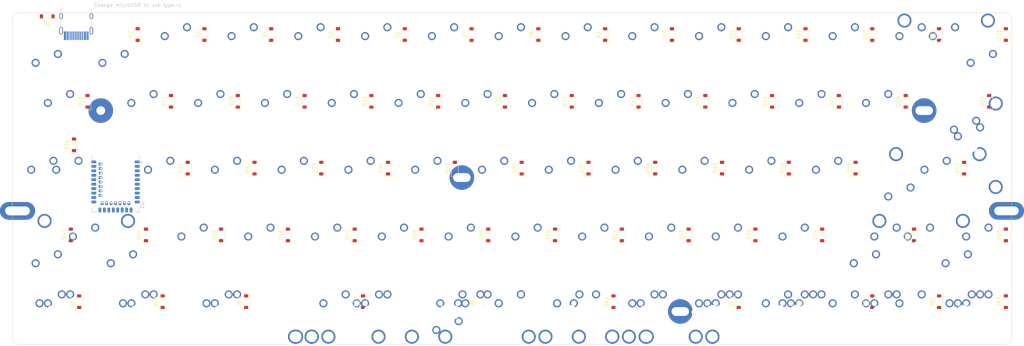
<source format=kicad_pcb>
(kicad_pcb (version 20241229) (generator "pcbnew") (generator_version "9.0")
  (layers (0 "F.Cu" signal) (2 "B.Cu" signal) (13 "F.Paste" user) (15 "B.Paste" user) (5 "F.SilkS" user "F.Silkscreen") (7 "B.SilkS" user "B.Silkscreen") (1 "F.Mask" user) (3 "B.Mask" user) (25 "Edge.Cuts" user))
  (net 0 "")
  (net 1 "Net-(D1-A)")
  (net 2 "Net-(D2-A)")
  (net 3 "Net-(D3-A)")
  (net 4 "Net-(D4-A)")
  (net 5 "Net-(D5-A)")
  (net 6 "Net-(D6-A)")
  (net 7 "Net-(D7-A)")
  (net 8 "Net-(D8-A)")
  (net 9 "Net-(D9-A)")
  (net 10 "Net-(D10-A)")
  (net 11 "Net-(D11-A)")
  (net 12 "Net-(D12-A)")
  (net 13 "Net-(D13-A)")
  (net 14 "Net-(D14-A)")
  (net 15 "Net-(D15-A)")
  (net 16 "Net-(D16-A)")
  (net 17 "Net-(D17-A)")
  (net 18 "Net-(D18-A)")
  (net 19 "Net-(D19-A)")
  (net 20 "Net-(D20-A)")
  (net 21 "Net-(D21-A)")
  (net 22 "Net-(D22-A)")
  (net 23 "Net-(D23-A)")
  (net 24 "Net-(D24-A)")
  (net 25 "Net-(D25-A)")
  (net 26 "Net-(D26-A)")
  (net 27 "Net-(D27-A)")
  (net 28 "Net-(D28-A)")
  (net 29 "Net-(D29-A)")
  (net 30 "Net-(D30-A)")
  (net 31 "Net-(D31-A)")
  (net 32 "Net-(D32-A)")
  (net 33 "Net-(D33-A)")
  (net 34 "Net-(D34-A)")
  (net 35 "Net-(D35-A)")
  (net 36 "Net-(D36-A)")
  (net 37 "Net-(D37-A)")
  (net 38 "Net-(D38-A)")
  (net 39 "Net-(D39-A)")
  (net 40 "Net-(D40-A)")
  (net 41 "Net-(D41-A)")
  (net 42 "Net-(D42-A)")
  (net 43 "Net-(D43-A)")
  (net 44 "Net-(D44-A)")
  (net 45 "Net-(D45-A)")
  (net 46 "Net-(D46-A)")
  (net 47 "Net-(D47-A)")
  (net 48 "Net-(D48-A)")
  (net 49 "Net-(D49-A)")
  (net 50 "Net-(D50-A)")
  (net 51 "Net-(D51-A)")
  (net 52 "Net-(D52-A)")
  (net 53 "Net-(D53-A)")
  (net 54 "Net-(D54-A)")
  (net 55 "Net-(D55-A)")
  (net 56 "Net-(D56-A)")
  (net 57 "Net-(D57-A)")
  (net 58 "Net-(D58-A)")
  (net 59 "Net-(D59-A)")
  (net 60 "Net-(D60-A)")
  (net 61 "Net-(D61-A)")
  (net 62 "Net-(D62-A)")
  (net 63 "Net-(D63-A)")
  (net 64 "Net-(D64-A)")
  (net 65 "Net-(D65-A)")
  (net 66 "Net-(D66-A)")
  (net 67 "Net-(D67-A)")
  (net 68 "Net-(SW67-Pad1)")
  (net 73 "unconnected-(U1-P0.22-Pad34)")
  (net 75 "unconnected-(U1-P0.07-Pad22)")
  (net 77 "unconnected-(U1-P0.17-Pad30)")
  (net 78 "Net-(U1-GND-Pad21)")
  (net 83 "unconnected-(U1-P0.08-Pad16)")
  (net 85 "unconnected-(U1-P0.20-Pad32)")
  (net 87 "unconnected-(U1-P0.15-Pad28)")
  (net 88 "Net-(U1-P1.04)")
  (net 89 "unconnected-(U1-P0.12-Pad20)")
  (net 92 "unconnected-(U1-P1.02-Pad38)")
  (net 95 "unconnected-(U1-P0.06-Pad14)")
  (net 98 "unconnected-(U1-P0.26-Pad12)")
  (net 99 "unconnected-(U1-P0.04{slash}AIN2-Pad18)")
  (net 104 "unconnected-(U1-P1.00-Pad36)")
  (net 122 "Net-(SW56-Pad1)")
  (net 123 "row0")
  (net 124 "row1")
  (net 125 "row2")
  (net 126 "row3")
  (net 127 "row4")
  (net 128 "col0")
  (net 129 "col1")
  (net 130 "col2")
  (net 131 "col3")
  (net 132 "col4")
  (net 133 "col5")
  (net 134 "col6")
  (net 135 "col7")
  (net 136 "col8")
  (net 137 "col9")
  (net 138 "col10")
  (net 139 "col11")
  (net 140 "col12")
  (net 141 "col13")
  (footprint "marbastlib-mx:STAB_MX_P_2.25u" (layer "F.Cu") (at 50.00625 95.25)
    (property "Reference" "S1" (hide yes))
    (property "Value" "MX_stab" (hide yes))
  )
  (footprint "marbastlib-mx:SW_MX_1u" (layer "F.Cu") (at 95.25 38.1)
    (property "Reference" "SW4" (hide yes))
    (property "Value" "SW_Push_45deg")
  )
  (footprint "Diode_SMD:D_SOD-123" (layer "F.Cu") (at 169.425 54.15 90)
    (property "Reference" "D22")
    (property "Value" "1N4148W")
  )
  (footprint "Diode_SMD:D_SOD-123" (layer "F.Cu") (at 312.3 111.3 90)
    (property "Reference" "D67")
    (property "Value" "1N4148W")
  )
  (footprint "Diode_SMD:D_SOD-123" (layer "F.Cu") (at 200.38125 111.3 90)
    (property "Reference" "D62")
    (property "Value" "1N4148W")
  )
  (footprint "Diode_SMD:D_SOD-123" (layer "F.Cu") (at 78.9375 73.2 90)
    (property "Reference" "D31")
    (property "Value" "1N4148W")
  )
  (footprint "Diode_SMD:D_SOD-123" (layer "F.Cu") (at 50.3625 54.15 90)
    (property "Reference" "D16")
    (property "Value" "1N4148W")
  )
  (footprint "Diode_SMD:D_SOD-123" (layer "F.Cu") (at 221.8125 92.25 90)
    (property "Reference" "D52")
    (property "Value" "1N4148W")
  )
  (footprint "marbastlib-mx:SW_MX_1u" (layer "F.Cu") (at 188.11875 114.3)
    (property "Reference" "SW72" (hide yes))
    (property "Value" "SW_Push_45deg")
  )
  (footprint "marbastlib-mx:SW_MX_1u" (layer "F.Cu") (at 176.2125 95.25)
    (property "Reference" "SW50" (hide yes))
    (property "Value" "SW_Push_45deg")
  )
  (footprint "marbastlib-mx:STAB_MX_P_2.75u" (layer "F.Cu") (at 188.11875 114.3 180)
    (property "Reference" "S8" (hide yes))
    (property "Value" "MX_stab" (hide yes))
  )
  (footprint "marbastlib-mx:SW_MX_1u" (layer "F.Cu") (at 123.825 57.15)
    (property "Reference" "SW20" (hide yes))
    (property "Value" "SW_Push_45deg")
  )
  (footprint "marbastlib-mx:STAB_MX_P_6u" (layer "F.Cu") (at 161.925 114.3 180)
    (property "Reference" "S16" (hide yes))
    (property "Value" "MX_stab" (hide yes))
  )
  (footprint "Diode_SMD:D_SOD-123" (layer "F.Cu") (at 255.15 111.3 90)
    (property "Reference" "D64")
    (property "Value" "1N4148W")
  )
  (footprint "marbastlib-mx:SW_MX_1.75u" (layer "F.Cu") (at 45.24375 76.2)
    (property "Reference" "SW30" (hide yes))
    (property "Value" "SW_Push_45deg")
  )
  (footprint "marbastlib-mx:SW_MX_1u" (layer "F.Cu") (at 204.7875 76.2)
    (property "Reference" "SW38" (hide yes))
    (property "Value" "SW_Push_45deg")
  )
  (footprint "marbastlib-mx:SW_MX_1u" (layer "F.Cu") (at 38.1 95.25 180)
    (property "Reference" "SW43" (hide yes))
    (property "Value" "SW_Push_45deg")
  )
  (footprint "marbastlib-mx:SW_MX_1u" (layer "F.Cu") (at 66.675 114.3)
    (property "Reference" "SW69" (hide yes))
    (property "Value" "SW_Push_45deg")
  )
  (footprint "marbastlib-mx:SW_MX_1.5u" (layer "F.Cu") (at 90.4875 114.3)
    (property "Reference" "SW70" (hide yes))
    (property "Value" "SW_Push_45deg")
  )
  (footprint "Diode_SMD:D_SOD-123" (layer "F.Cu") (at 226.575 54.15 90)
    (property "Reference" "D25")
    (property "Value" "1N4148W")
  )
  (footprint "marbastlib-mx:SW_MX_1u" (layer "F.Cu") (at 66.675 57.15)
    (property "Reference" "SW17" (hide yes))
    (property "Value" "SW_Push_45deg")
  )
  (footprint "marbastlib-mx:SW_MX_1.25u" (layer "F.Cu") (at 254.79375 114.3)
    (property "Reference" "SW74" (hide yes))
    (property "Value" "SW_Push_45deg")
  )
  (footprint "marbastlib-mx:SW_MX_1u" (layer "F.Cu") (at 171.45 114.3)
    (property "Reference" "SW81" (hide yes))
    (property "Value" "SW_Push_45deg")
  )
  (footprint "Diode_SMD:D_SOD-123" (layer "F.Cu") (at 188.475 54.15 90)
    (property "Reference" "D23")
    (property "Value" "1N4148W")
  )
  (footprint "marbastlib-mx:SW_MX_1u" (layer "F.Cu") (at 228.6 114.3)
    (property "Reference" "SW63" (hide yes))
    (property "Value" "SW_Push_45deg")
  )
  (footprint "marbastlib-mx:SW_MX_1u" (layer "F.Cu") (at 288.13125 95.25)
    (property "Reference" "SW98" (hide yes))
    (property "Value" "SW_Push_45deg")
  )
  (footprint "marbastlib-mx:SW_MX_1u" (layer "F.Cu") (at 242.8875 76.2)
    (property "Reference" "SW40" (hide yes))
    (property "Value" "SW_Push_45deg")
  )
  (footprint "marbastlib-mx:STAB_MX_P_2.75u" (layer "F.Cu") (at 288.13125 95.25)
    (property "Reference" "S6" (hide yes))
    (property "Value" "MX_stab" (hide yes))
  )
  (footprint "marbastlib-mx:SW_MX_1u" (layer "F.Cu") (at 209.55 38.1)
    (property "Reference" "SW10" (hide yes))
    (property "Value" "SW_Push_45deg")
  )
  (footprint "marbastlib-mx:SW_MX_1u" (layer "F.Cu") (at 190.5 38.1)
    (property "Reference" "SW9" (hide yes))
    (property "Value" "SW_Push_45deg")
  )
  (footprint "marbastlib-mx:SW_MX_1u" (layer "F.Cu") (at 223.8375 76.2)
    (property "Reference" "SW39" (hide yes))
    (property "Value" "SW_Push_45deg")
  )
  (footprint "Diode_SMD:D_SOD-123" (layer "F.Cu") (at 45.6 92.25 90)
    (property "Reference" "D43")
    (property "Value" "1N4148W")
  )
  (footprint "Diode_SMD:D_SOD-123" (layer "F.Cu") (at 47.98125 111.3 90)
    (property "Reference" "D57")
    (property "Value" "1N4148W")
  )
  (footprint "marbastlib-mx:SW_MX_1u" (layer "F.Cu") (at 80.9625 95.25)
    (property "Reference" "SW45" (hide yes))
    (property "Value" "SW_Push_45deg")
  )
  (footprint "marbastlib-mx:SW_MX_1.75u" (layer "F.Cu") (at 278.60625 95.25)
    (property "Reference" "SW55" (hide yes))
    (property "Value" "SW_Push_45deg")
  )
  (footprint "marbastlib-mx:SW_MX_1u" (layer "F.Cu") (at 171.45 114.3)
    (property "Reference" "SW88" (hide yes))
    (property "Value" "SW_Push_45deg")
  )
  (footprint "marbastlib-mx:SW_MX_1u" (layer "F.Cu") (at 142.875 57.15)
    (property "Reference" "SW21" (hide yes))
    (property "Value" "SW_Push_45deg")
  )
  (footprint "marbastlib-mx:SW_MX_1u" (layer "F.Cu") (at 100.0125 95.25)
    (property "Reference" "SW46" (hide yes))
    (property "Value" "SW_Push_45deg")
  )
  (footprint "marbastlib-mx:STAB_MX_P_3u" (layer "F.Cu") (at 209.55 114.3 180)
    (property "Reference" "S13" (hide yes))
    (property "Value" "MX_stab" (hide yes))
  )
  (footprint "marbastlib-mx:SW_MX_1u" (layer "F.Cu") (at 90.4875 76.2)
    (property "Reference" "SW32" (hide yes))
    (property "Value" "SW_Push_45deg")
  )
  (footprint "Diode_SMD:D_SOD-123" (layer "F.Cu") (at 245.625 54.15 90)
    (property "Reference" "D26")
    (property "Value" "1N4148W")
  )
  (footprint "marbastlib-mx:SW_MX_1u" (layer "F.Cu") (at 161.925 57.15)
    (property "Reference" "SW22" (hide yes))
    (property "Value" "SW_Push_45deg")
  )
  (footprint "marbastlib-mx:SW_MX_1u" (layer "F.Cu") (at 304.8 114.3)
    (property "Reference" "SW67" (hide yes))
    (property "Value" "SW_Push_45deg")
  )
  (footprint "Diode_SMD:D_SOD-123" (layer "F.Cu") (at 312.3 92.25 90)
    (property "Reference" "D56")
    (property "Value" "1N4148W")
  )
  (footprint "Diode_SMD:D_SOD-123" (layer "F.Cu") (at 121.8 35.1 90)
    (property "Reference" "D5")
    (property "Value" "1N4148W")
  )
  (footprint "marbastlib-mx:SW_MX_1u" (layer "F.Cu") (at 266.7 114.3)
    (property "Reference" "SW65" (hide yes))
    (property "Value" "SW_Push_45deg")
  )
  (footprint "Diode_SMD:D_SOD-123" (layer "F.Cu") (at 250.3875 73.2 90)
    (property "Reference" "D40")
    (property "Value" "1N4148W")
  )
  (footprint "Diode_SMD:D_SOD-123" (layer "F.Cu") (at 88.4625 92.25 90)
    (property "Reference" "D45")
    (property "Value" "1N4148W")
  )
  (footprint "marbastlib-mx:SW_MX_1u" (layer "F.Cu") (at 159.8757 114.3)
    (property "Reference" "SW77" (hide yes))
    (property "Value" "SW_Push_45deg")
  )
  (footprint "marbastlib-mx:SW_MX_1.25u" (layer "F.Cu") (at 154.78125 114.3)
    (property "Reference" "SW61" (hide yes))
    (property "Value" "SW_Push_45deg")
  )
  (footprint "marbastlib-mx:SW_MX_1u" (layer "F.Cu") (at 292.89375 76.2)
    (property "Reference" "SW42" (hide yes))
    (property "Value" "SW_Push_45deg")
  )
  (footprint "Diode_SMD:D_SOD-123" (layer "F.Cu") (at 312.3 35.1 90)
    (property "Reference" "D15")
    (property "Value" "1N4148W")
  )
  (footprint "Diode_SMD:D_SOD-123" (layer "F.Cu") (at 159.9 35.1 90)
    (property "Reference" "D7")
    (property "Value" "1N4148W")
  )
  (footprint "marbastlib-mx:SW_MX_1u" (layer "F.Cu") (at 257.175 114.3)
    (property "Reference" "SW90" (hide yes))
    (property "Value" "SW_Push_45deg")
  )
  (footprint "marbastlib-mx:SW_MX_1.25u" (layer "F.Cu") (at 88.10625 114.3)
    (property "Reference" "SW59" (hide yes))
    (property "Value" "SW_Push_45deg")
  )
  (footprint "marbastlib-mx:SW_MX_1.25u" (layer "F.Cu") (at 64.29375 114.3)
    (property "Reference" "SW58" (hide yes))
    (property "Value" "SW_Push_45deg")
  )
  (footprint "Diode_SMD:D_SOD-123" (layer "F.Cu") (at 178.95 35.1 90)
    (property "Reference" "D8")
    (property "Value" "1N4148W")
  )
  (footprint "marbastlib-mx:SW_MX_1u" (layer "F.Cu") (at 247.65 114.3)
    (property "Reference" "SW64" (hide yes))
    (property "Value" "SW_Push_45deg")
  )
  (footprint "marbastlib-mx:SW_MX_1u" (layer "F.Cu") (at 285.75 38.1)
    (property "Reference" "SW14" (hide yes))
    (property "Value" "SW_Push_45deg")
  )
  (footprint "Diode_SMD:D_SOD-123" (layer "F.Cu") (at 140.85 35.1 90)
    (property "Reference" "D6")
    (property "Value" "1N4148W")
  )
  (footprint "marbastlib-mx:SW_MX_1u" (layer "F.Cu") (at 152.4 114.3 180)
    (property "Reference" "SW86" (hide yes))
    (property "Value" "SW_Push_45deg")
  )
  (footprint "marbastlib-mx:SW_MX_1.5u" (layer "F.Cu") (at 300.0375 57.15 180)
    (property "Reference" "SW29" (hide yes))
    (property "Value" "SW_Push_45deg")
  )
  (footprint "Diode_SMD:D_SOD-123" (layer "F.Cu") (at 202.7625 92.25 90)
    (property "Reference" "D51")
    (property "Value" "1N4148W")
  )
  (footprint "Diode_SMD:D_SOD-123" (layer "F.Cu") (at 207.525 54.15 90)
    (property "Reference" "D24")
    (property "Value" "1N4148W")
  )
  (footprint "Diode_SMD:D_SOD-123" (layer "F.Cu") (at 145.6125 92.25 90)
    (property "Reference" "D48")
    (property "Value" "1N4148W")
  )
  (footprint "marbastlib-mx:SW_MX_1.5u" (layer "F.Cu") (at 42.8625 114.3)
    (property "Reference" "SW68" (hide yes))
    (property "Value" "SW_Push_45deg")
  )
  (footprint "marbastlib-mx:SW_MX_1u" (layer "F.Cu") (at 281.305 76.2 180)
    (property "Reference" "SW95" (hide yes))
    (property "Value" "SW_Push_45deg")
  )
  (footprint "marbastlib-mx:SW_MX_1u" (layer "F.Cu") (at 285.75 114.3)
    (property "Reference" "SW66" (hide yes))
    (property "Value" "SW_Push_45deg")
  )
  (footprint "marbastlib-mx:SW_MX_1.25u" (layer "F.Cu") (at 230.98125 114.3)
    (property "Reference" "SW73" (hide yes))
    (property "Value" "SW_Push_45deg")
  )
  (footprint "hole:PKRHC" (layer "F.Cu") (at 54.13762 56.79382)
    (property "Reference" "HOLE" (hide yes))
    (property "Value" "VAL**" (hide yes))
  )
  (footprint "Diode_SMD:D_SOD-123" (layer "F.Cu") (at 38.87 29.92 180)
    (property "Reference" "D1")
    (property "Value" "1N4148W")
  )
  (footprint "Diode_SMD:D_SOD-123" (layer "F.Cu") (at 162.28125 111.3 90)
    (property "Reference" "D61")
    (property "Value" "1N4148W")
  )
  (footprint "marbastlib-mx:SW_MX_1u" (layer "F.Cu") (at 109.5375 76.2)
    (property "Reference" "SW33" (hide yes))
    (property "Value" "SW_Push_45deg")
  )
  (footprint "Diode_SMD:D_SOD-123" (layer "F.Cu") (at 198 35.1 90)
    (property "Reference" "D9")
    (property "Value" "1N4148W")
  )
  (footprint "marbastlib-mx:SW_MX_1u" (layer "F.Cu") (at 214.3125 95.25)
    (property "Reference" "SW52" (hide yes))
    (property "Value" "SW_Push_45deg")
  )
  (footprint "Diode_SMD:D_SOD-123" (layer "F.Cu") (at 300.39375 73.2 90)
    (property "Reference" "D42")
    (property "Value" "1N4148W")
  )
  (footprint "marbastlib-mx:SW_MX_1u" (layer "F.Cu") (at 133.35 114.3)
    (property "Reference" "SW84" (hide yes))
    (property "Value" "SW_Push_45deg")
  )
  (footprint "marbastlib-mx:SW_MX_1u" (layer "F.Cu") (at 195.2625 95.25)
    (property "Reference" "SW51" (hide yes))
    (property "Value" "SW_Push_45deg")
  )
  (footprint "Diode_SMD:D_SOD-123" (layer "F.Cu") (at 307.5375 54.15 90)
    (property "Reference" "D29")
    (property "Value" "1N4148W")
  )
  (footprint "marbastlib-mx:SW_MX_1u" (layer "F.Cu") (at 228.6 38.1)
    (property "Reference" "SW11" (hide yes))
    (property "Value" "SW_Push_45deg")
  )
  (footprint "marbastlib-mx:SW_MX_1u" (layer "F.Cu") (at 271.4625 95.25 180)
    (property "Reference" "SW96" (hide yes))
    (property "Value" "SW_Push_45deg")
  )
  (footprint "Diode_SMD:D_SOD-123" (layer "F.Cu") (at 231.3375 73.2 90)
    (property "Reference" "D39")
    (property "Value" "1N4148W")
  )
  (footprint "Diode_SMD:D_SOD-123" (layer "F.Cu") (at 102.75 35.1 90)
    (property "Reference" "D4")
    (property "Value" "1N4148W")
  )
  (footprint "marbastlib-mx:SW_MX_1u" (layer "F.Cu") (at 166.6875 76.2)
    (property "Reference" "SW36" (hide yes))
    (property "Value" "SW_Push_45deg")
  )
  (footprint "marbastlib-mx:SW_MX_1u" (layer "F.Cu") (at 302.41875 66.675)
    (property "Reference" "SW94" (hide yes))
    (property "Value" "SW_Push_45deg")
  )
  (footprint "Diode_SMD:D_SOD-123" (layer "F.Cu") (at 240.8625 92.25 90)
    (property "Reference" "D53")
    (property "Value" "1N4148W")
  )
  (footprint "marbastlib-mx:SW_MX_1u" (layer "F.Cu") (at 130.96875 114.3)
    (property "Reference" "SW71" (hide yes))
    (property "Value" "SW_Push_45deg")
  )
  (footprint "marbastlib-mx:SW_MX_1u" (layer "F.Cu") (at 104.775 57.15)
    (property "Reference" "SW19" (hide yes))
    (property "Value" "SW_Push_45deg")
  )
  (footprint "marbastlib-mx:SW_MX_1.5u" (layer "F.Cu") (at 300.0375 114.3)
    (property "Reference" "SW80" (hide yes))
    (property "Value" "SW_Push_45deg")
  )
  (footprint "marbastlib-mx:SW_MX_1u" (layer "F.Cu") (at 304.8 38.1 180)
    (property "Reference" "SW15" (hide yes))
    (property "Value" "SW_Push_45deg")
  )
  (footprint "Diode_SMD:D_SOD-123" (layer "F.Cu") (at 107.5125 92.25 90)
    (property "Reference" "D46")
    (property "Value" "1N4148W")
  )
  (footprint "marbastlib-mx:SW_MX_1.25u" (layer "F.Cu") (at 302.41875 114.3)
    (property "Reference" "SW76" (hide yes))
    (property "Value" "SW_Push_45deg")
  )
  (footprint "marbastlib-mx:STAB_MX_P_7u" (layer "F.Cu") (at 171.45 114.3 180)
    (property "Reference" "S15" (hide yes))
    (property "Value" "MX_stab" (hide yes))
  )
  (footprint "marbastlib-mx:SW_MX_1u" (layer "F.Cu") (at 50.00625 95.25)
    (property "Reference" "SW92" (hide yes))
    (property "Value" "SW_Push_45deg")
  )
  (footprint "Diode_SMD:D_SOD-123" (layer "F.Cu") (at 93.225 54.15 90)
    (property "Reference" "D18")
    (property "Value" "1N4148W")
  )
  (footprint "Diode_SMD:D_SOD-123" (layer "F.Cu") (at 183.7125 92.25 90)
    (property "Reference" "D50")
    (property "Value" "1N4148W")
  )
  (footprint "hole:PKRH" (layer "F.Cu") (at 219.43772 114.09372)
    (property "Reference" "HOLE" (hide yes))
    (property "Value" "VAL**" (hide yes))
  )
  (footprint "marbastlib-mx:SW_MX_1u" (layer "F.Cu") (at 147.6375 76.2)
    (property "Reference" "SW35" (hide yes))
    (property "Value" "SW_Push_45deg")
  )
  (footprint "marbastlib-mx:SW_MX_1u" (layer "F.Cu") (at 238.125 57.15)
    (property "Reference" "SW26" (hide yes))
    (property "Value" "SW_Push_45deg")
  )
  (footprint "Diode_SMD:D_SOD-123" (layer "F.Cu") (at 155.1375 73.2 90)
    (property "Reference" "D35")
    (property "Value" "1N4148W")
  )
  (footprint "marbastlib-mx:STAB_MX_P_2.75u" (layer "F.Cu") (at 130.96875 114.3 180)
    (property "Reference" "S9" (hide yes))
    (property "Value" "MX_stab" (hide yes))
  )
  (footprint "marbastlib-mx:SW_MX_1u" (layer "F.Cu") (at 276.225 114.3)
    (property "Reference" "SW79" (hide yes))
    (property "Value" "SW_Push_45deg")
  )
  (footprint "marbastlib-mx:SW_MX_1.25u" (layer "F.Cu") (at 59.53125 95.25 180)
    (property "Reference" "SW44" (hide yes))
    (property "Value" "SW_Push_45deg")
  )
  (footprint "Diode_SMD:D_SOD-123" (layer "F.Cu") (at 112.275 54.15 90)
    (property "Reference" "D19")
    (property "Value" "1N4148W")
  )
  (footprint "marbastlib-mx:SW_MX_1.5u" (layer "F.Cu") (at 233.3625 114.3)
    (property "Reference" "SW89" (hide yes))
    (property "Value" "SW_Push_45deg")
  )
  (footprint "marbastlib-mx:SW_MX_1u" (layer "F.Cu") (at 71.4375 76.2)
    (property "Reference" "SW31" (hide yes))
    (property "Value" "SW_Push_45deg")
  )
  (footprint "marbastlib-mx:SW_MX_1u" (layer "F.Cu") (at 157.1625 95.25)
    (property "Reference" "SW49" (hide yes))
    (property "Value" "SW_Push_45deg")
  )
  (footprint "Diode_SMD:D_SOD-123" (layer "F.Cu") (at 269.4375 73.2 90)
    (property "Reference" "D41")
    (property "Value" "1N4148W")
  )
  (footprint "Diode_SMD:D_SOD-123" (layer "F.Cu") (at 286.10625 92.25 90)
    (property "Reference" "D55")
    (property "Value" "1N4148W")
  )
  (footprint "marbastlib-mx:SW_MX_1u" (layer "F.Cu") (at 121.44375 114.3)
    (property "Reference" "SW60" (hide yes))
    (property "Value" "SW_Push_45deg")
  )
  (footprint "Diode_SMD:D_SOD-123" (layer "F.Cu") (at 264.675 54.15 90)
    (property "Reference" "D27")
    (property "Value" "1N4148W")
  )
  (footprint "marbastlib-mx:SW_MX_1.5u" (layer "F.Cu") (at 252.4125 114.3)
    (property "Reference" "SW78" (hide yes))
    (property "Value" "SW_Push_45deg")
  )
  (footprint "Diode_SMD:D_SOD-123" (layer "F.Cu") (at 212.2875 73.2 90)
    (property "Reference" "D38")
    (property "Value" "1N4148W")
  )
  (footprint "marbastlib-mx:SW_MX_1u" (layer "F.Cu") (at 247.65 38.1)
    (property "Reference" "SW12" (hide yes))
    (property "Value" "SW_Push_45deg")
  )
  (footprint "Diode_SMD:D_SOD-123" (layer "F.Cu") (at 71.79375 111.3 90)
    (property "Reference" "D58")
    (property "Value" "1N4148W")
  )
  (footprint "Diode_SMD:D_SOD-123" (layer "F.Cu") (at 64.65 35.1 90)
    (property "Reference" "D2")
    (property "Value" "1N4148W")
  )
  (footprint "marbastlib-mx:SW_MX_1u" (layer "F.Cu") (at 192.88125 114.3)
    (property "Reference" "SW62" (hide yes))
    (property "Value" "SW_Push_45deg")
  )
  (footprint "marbastlib-mx:SW_MX_1u" (layer "F.Cu") (at 211.93125 114.3)
    (property "Reference" "SW83" (hide yes))
    (property "Value" "SW_Push_45deg")
  )
  (footprint "marbastlib-mx:SW_MX_1u" (layer "F.Cu") (at 266.7 38.1)
    (property "Reference" "SW13" (hide yes))
    (property "Value" "SW_Push_45deg")
  )
  (footprint "marbastlib-mx:SW_MX_1u" (layer "F.Cu") (at 138.1125 95.25)
    (property "Reference" "SW48" (hide yes))
    (property "Value" "SW_Push_45deg")
  )
  (footprint "Diode_SMD:D_SOD-123" (layer "F.Cu") (at 274.2 35.1 90)
    (property "Reference" "D13")
    (property "Value" "1N4148W")
  )
  (footprint "marbastlib-mx:SW_MX_1u" (layer "F.Cu") (at 38.1 76.2)
    (property "Reference" "SW91" (hide yes))
    (property "Value" "SW_Push_45deg")
  )
  (footprint "marbastlib-mx:SW_MX_1u" (layer "F.Cu") (at 171.45 38.1)
    (property "Reference" "SW8" (hide yes))
    (property "Value" "SW_Push_45deg")
  )
  (footprint "Diode_SMD:D_SOD-123" (layer "F.Cu") (at 46.51 66.5575 90)
    (property "Reference" "D30")
    (property "Value" "1N4148W")
  )
  (footprint "marbastlib-mx:SW_MX_1.25u" (layer "F.Cu") (at 278.60625 114.3)
    (property "Reference" "SW75" (hide yes))
    (property "Value" "SW_Push_45deg")
  )
  (footprint "marbastlib-mx:SW_MX_1u" (layer "F.Cu") (at 133.35 38.1)
    (property "Reference" "SW6" (hide yes))
    (property "Value" "SW_Push_45deg")
  )
  (footprint "hole:PKRHSL" (layer "F.Cu") (at 30.39722 85.39422)
    (property "Reference" "HOLE" (hide yes))
    (property "Value" "VAL**" (hide yes))
  )
  (footprint "hole:PKRH" (layer "F.Cu") (at 288.98822 56.79382)
    (property "Reference" "HOLE" (hide yes))
    (property "Value" "VAL**" (hide yes))
  )
  (footprint "marbastlib-mx:SW_MX_1u" (layer "F.Cu") (at 252.4125 95.25)
    (property "Reference" "SW54" (hide yes))
    (property "Value" "SW_Push_45deg")
  )
  (footprint "marbastlib-mx:SW_MX_1u" (layer "F.Cu") (at 295.275 38.1)
    (property "Reference" "SW93" (hide yes))
    (property "Value" "SW_Push_45deg")
  )
  (footprint "Diode_SMD:D_SOD-123" (layer "F.Cu") (at 236.1 35.1 90)
    (property "Reference" "D11")
    (property "Value" "1N4148W")
  )
  (footprint "Diode_SMD:D_SOD-123" (layer "F.Cu") (at 83.7 35.1 90)
    (property "Reference" "D3")
    (property "Value" "1N4148W")
  )
  (footprint "marbastlib-mx:STAB_MX_P_ISO-ROT" (layer "F.Cu") (at 302.41875 66.675)
    (property "Reference" "S5" (hide yes))
    (property "Value" "MX_stab" (hide yes))
  )
  (footprint "Diode_SMD:D_SOD-123" (layer "F.Cu") (at 217.05 35.1 90)
    (property "Reference" "D10")
    (property "Value" "1N4148W")
  )
  (footprint "Diode_SMD:D_SOD-123" (layer "F.Cu") (at 128.94375 111.3 90)
    (property "Reference" "D60")
    (property "Value" "1N4148W")
  )
  (footprint "Diode_SMD:D_SOD-123" (layer "F.Cu") (at 193.2375 73.2 90)
    (property "Reference" "D37")
    (property "Value" "1N4148W")
  )
  (footprint "Diode_SMD:D_SOD-123" (layer "F.Cu") (at 95.60625 111.3 90)
    (property "Reference" "D59")
    (property "Value" "1N4148W")
  )
  (footprint "Diode_SMD:D_SOD-123" (layer "F.Cu") (at 293.25 111.3 90)
    (property "Reference" "D66")
    (property "Value" "1N4148W")
  )
  (footprint "marbastlib-mx:SW_MX_1u" (layer "F.Cu") (at 185.7375 76.2)
    (property "Reference" "SW37" (hide yes))
    (property "Value" "SW_Push_45deg")
  )
  (footprint "marbastlib-mx:SW_MX_1u" (layer "F.Cu") (at 209.55 114.3)
    (property "Reference" "SW85" (hide yes))
    (property "Value" "SW_Push_45deg")
  )
  (footprint "Diode_SMD:D_SOD-123" (layer "F.Cu") (at 126.5625 92.25 90)
    (property "Reference" "D47")
    (property "Value" "1N4148W")
  )
  (footprint "marbastlib-mx:SW_MX_1u" (layer "F.Cu") (at 119.0625 95.25)
    (property "Reference" "SW47" (hide yes))
    (property "Value" "SW_Push_45deg")
  )
  (footprint "Diode_SMD:D_SOD-123" (layer "F.Cu") (at 164.6625 92.25 90)
    (property "Reference" "D49")
    (property "Value" "1N4148W")
  )
  (footprint "marbastlib-mx:STAB_MX_P_2.75u" (layer "F.Cu") (at 192.88125 114.3 180)
    (property "Reference" "S7" (hide yes))
    (property "Value" "MX_stab" (hide yes))
  )
  (footprint "hole:PKRH" (layer "F.Cu") (at 157.13832 75.89302)
    (property "Reference" "HOLE" (hide yes))
    (property "Value" "VAL**" (hide yes))
  )
  (footprint "Diode_SMD:D_SOD-123" (layer "F.Cu") (at 174.1875 73.2 90)
    (property "Reference" "D36")
    (property "Value" "1N4148W")
  )
  (footprint "marbastlib-mx:SW_MX_1u" (layer "F.Cu") (at 257.175 57.15)
    (property "Reference" "SW27" (hide yes))
    (property "Value" "SW_Push_45deg")
  )
  (footprint "marbastlib-mx:SW_MX_1u" (layer "F.Cu") (at 276.225 57.15)
    (property "Reference" "SW28" (hide yes))
    (property "Value" "SW_Push_45deg")
  )
  (footprint "Diode_SMD:D_SOD-123" (layer "F.Cu") (at 150.375 54.15 90)
    (property "Reference" "D21")
    (property "Value" "1N4148W")
  )
  (footprint "marbastlib-mx:SW_MX_1.5u" (layer "F.Cu") (at 42.8625 57.15)
    (property "Reference" "SW16" (hide yes))
    (property "Value" "SW_Push_45deg")
  )
  (footprint "marbastlib-mx:STAB_MX_P_2.25u" (layer "F.Cu") (at 292.89375 76.2)
    (property "Reference" "S2" (hide yes))
    (property "Value" "MX_stab" (hide yes))
  )
  (footprint "marbastlib-mx:SW_MX_1u" (layer "F.Cu") (at 200.025 57.15)
    (property "Reference" "SW24" (hide yes))
    (property "Value" "SW_Push_45deg")
  )
  (footprint "hole:PKRHSL" (layer "F.Cu") (at 312.47952 85.39422)
    (property "Reference" "HOLE" (hide yes))
    (property "Value" "VAL**" (hide yes))
  )
  (footprint "Diode_SMD:D_SOD-123" (layer "F.Cu") (at 255.15 35.1 90)
    (property "Reference" "D12")
    (property "Value" "1N4148W")
  )
  (footprint "marbastlib-mx:SW_MX_1u" (layer "F.Cu") (at 57.15 38.1 180)
    (property "Reference" "SW2" (hide yes))
    (property "Value" "SW_Push_45deg")
  )
  (footprint "marbastlib-mx:SW_MX_1.75u" (layer "F.Cu") (at 297.65625 95.25 180)
    (property "Reference" "SW97" (hide yes))
    (property "Value" "SW_Push_45deg")
  )
  (footprint "hole:PKRHSL" (layer "F.Cu") (at 30.39722 85.39422)
    (property "Reference" "HOLE" (hide yes))
    (property "Value" "VAL**" (hide yes))
  )
  (footprint "Diode_SMD:D_SOD-123" (layer "F.Cu") (at 283.725 54.15 90)
    (property "Reference" "D28")
    (property "Value" "1N4148W")
  )
  (footprint "marbastlib-mx:SW_MX_1u" (layer "F.Cu") (at 114.3 38.1)
    (property "Reference" "SW5" (hide yes))
    (property "Value" "SW_Push_45deg")
  )
  (footprint "Diode_SMD:D_SOD-123" (layer "F.Cu") (at 131.325 54.15 90)
    (property "Reference" "D20")
    (property "Value" "1N4148W")
  )
  (footprint "marbastlib-mx:SW_MX_1u" (layer "F.Cu") (at 233.3625 95.25)
    (property "Reference" "SW53" (hide yes))
    (property "Value" "SW_Push_45deg")
  )
  (footprint "marbastlib-mx:STAB_MX_P_2.25u" (layer "F.Cu") (at 121.44375 114.3 180)
    (property "Reference" "S3" (hide yes))
    (property "Value" "MX_stab" (hide yes))
  )
  (footprint "marbastlib-mx:STAB_MX_P_6.25u" (layer "F.Cu") (at 159.8757 114.3 180)
    (property "Reference" "S14" (hide yes))
    (property "Value" "MX_stab" (hide yes))
  )
  (footprint "marbastlib-mx:SW_MX_1.25u" (layer "F.Cu") (at 40.48125 114.3)
    (property "Reference" "SW57" (hide yes))
    (property "Value" "SW_Push_45deg")
  )
  (footprint "Diode_SMD:D_SOD-123" (layer "F.Cu") (at 293.25 35.1 90)
    (property "Reference" "D14")
    (property "Value" "1N4148W")
  )
  (footprint "marbastlib-mx:SW_MX_1u" (layer "F.Cu") (at 219.075 57.15)
    (property "Reference" "SW25" (hide yes))
    (property "Value" "SW_Push_45deg")
  )
  (footprint "marbastlib-mx:STAB_MX_P_2u" (layer "F.Cu") (at 295.275 38.1)
    (property "Reference" "S4" (hide yes))
    (property "Value" "MX_stab" (hide yes))
  )
  (footprint "marbastlib-mx:SW_MX_1u" (layer "F.Cu") (at 161.925 114.3)
    (property "Reference" "SW87" (hide yes))
    (property "Value" "SW_Push_45deg")
  )
  (footprint "Diode_SMD:D_SOD-123" (layer "F.Cu") (at 236.1 111.3 90)
    (property "Reference" "D63")
    (property "Value" "1N4148W")
  )
  (footprint "marbastlib-mx:SW_MX_1u" (layer "F.Cu") (at 85.725 57.15)
    (property "Reference" "SW18" (hide yes))
    (property "Value" "SW_Push_45deg")
  )
  (footprint "marbastlib-mx:SW_MX_1u" (layer "F.Cu") (at 128.5875 76.2)
    (property "Reference" "SW34" (hide yes))
    (property "Value" "SW_Push_45deg")
  )
  (footprint "Diode_SMD:D_SOD-123" (layer "F.Cu") (at 117.0375 73.2 90)
    (property "Reference" "D33")
    (property "Value" "1N4148W")
  )
  (footprint "marbastlib-mx:SW_MX_1u" (layer "F.Cu") (at 304.8 95.25)
    (property "Reference" "SW56" (hide yes))
    (property "Value" "SW_Push_45deg")
  )
  (footprint "Diode_SMD:D_SOD-123" (layer "F.Cu") (at 67.03125 92.25 90)
    (property "Reference" "D44")
    (property "Value" "1N4148W")
  )
  (footprint "Diode_SMD:D_SOD-123" (layer "F.Cu") (at 136.0875 73.2 90)
    (property "Reference" "D34")
    (property "Value" "1N4148W")
  )
  (footprint "Diode_SMD:D_SOD-123" (layer "F.Cu") (at 259.9125 92.25 90)
    (property "Reference" "D54")
    (property "Value" "1N4148W")
  )
  (footprint "marbastlib-mx:STAB_MX_P_3u" (layer "F.Cu") (at 133.35 114.3 180)
    (property "Reference" "S12" (hide yes))
    (property "Value" "MX_stab" (hide yes))
  )
  (footprint "Diode_SMD:D_SOD-123" (layer "F.Cu") (at 97.9875 73.2 90)
    (property "Reference" "D32")
    (property "Value" "1N4148W")
  )
  (footprint "marbastlib-mx:SW_MX_1u" (layer "F.Cu") (at 261.9375 76.2)
    (property "Reference" "SW41" (hide yes))
    (property "Value" "SW_Push_45deg")
  )
  (footprint "marbastlib-mx:SW_MX_1u" (layer "F.Cu") (at 152.4 38.1)
    (property "Reference" "SW7" (hide yes))
    (property "Value" "SW_Push_45deg")
  )
  (footprint "Diode_SMD:D_SOD-123" (layer "F.Cu") (at 74.175 54.15 90)
    (property "Reference" "D17")
    (property "Value" "1N4148W")
  )
  (footprint "Diode_SMD:D_SOD-123" (layer "F.Cu") (at 274.2 111.3 90)
    (property "Reference" "D65")
    (property "Value" "1N4148W")
  )
  (footprint "marbastlib-mx:STAB_MX_P_2.75u" (layer "F.Cu") (at 211.93125 114.3 180)
    (property "Reference" "S11" (hide yes))
    (property "Value" "MX_stab" (hide yes))
  )
  (footprint "marbastlib-mx:SW_MX_1u" (layer "F.Cu") (at 76.2 38.1)
    (property "Reference" "SW3" (hide yes))
    (property "Value" "SW_Push_45deg")
  )
  (footprint "marbastlib-mx:SW_MX_1u" (layer "F.Cu") (at 38.1 38.1 180)
    (property "Reference" "SW1" (hide yes))
    (property "Value" "SW_Push_45deg")
  )
  (footprint "marbastlib-mx:SW_MX_1u" (layer "F.Cu") (at 180.975 57.15)
    (property "Reference" "SW23" (hide yes))
    (property "Value" "SW_Push_45deg")
  )
  (footprint "Type-C:HRO-TYPE-C-31-M-12-HandSoldering" (layer "B.Cu") (at 47.13832 27.25)
    (property "Reference" "USB1" (hide yes))
    (property "Value" "HRO-TYPE-C-31-M-12")
  )
  (footprint "marbastlib-various:nRF52840_E73-2G4M08S1C" (layer "B.Cu") (at 58.35 76.46 180)
    (property "Reference" "U1")
    (property "Value" "nRF52840_E73-2G4M08S1C" (hide yes))
  )
  (gr_line (start 51.6 69.61) (end 51.6 70.76) (stroke (width 0.1)) (layer "F.SilkS"))
  (gr_line (start 65.1 69.61) (end 65.1 70.76) (stroke (width 0.1)) (layer "F.SilkS"))
  (gr_line (start 51.6 85.71) (end 52.85 85.71) (stroke (width 0.1)) (layer "F.SilkS"))
  (gr_line (start 51.6 84.46) (end 51.6 85.71) (stroke (width 0.1)) (layer "F.SilkS"))
  (gr_line (start 63.85 85.71) (end 65.1 85.71) (stroke (width 0.1)) (layer "F.SilkS"))
  (gr_line (start 65.1 84.46) (end 65.1 85.71) (stroke (width 0.1)) (layer "F.SilkS"))
  (gr_line (start 51.60832 27.25) (end 51.60832 34.55) (stroke (width 0.1)) (layer "B.SilkS"))
  (gr_line (start 42.66832 27.25) (end 42.66832 34.55) (stroke (width 0.1)) (layer "B.SilkS"))
  (gr_line (start 28.93832 121.49422) (end 28.93832 30.89182) (stroke (width 0.0991)) (layer "Edge.Cuts"))
  (gr_line (start 30.93832 28.89302) (end 311.93832 28.89302) (stroke (width 0.0991)) (layer "Edge.Cuts"))
  (gr_arc (start 30.93832 123.49302) (mid 29.524086 122.907242) (end 28.93832 121.49302) (stroke (width 0.0991)) (layer "Edge.Cuts"))
  (gr_arc (start 28.93832 30.89182) (mid 29.524106 29.477606) (end 30.93832 28.89182) (stroke (width 0.0991)) (layer "Edge.Cuts"))
  (gr_arc (start 311.93832 28.89302) (mid 313.352514 29.478815) (end 313.93832 30.89302) (stroke (width 0.0991)) (layer "Edge.Cuts"))
  (gr_line (start 311.93832 123.49302) (end 30.93832 123.49302) (stroke (width 0.0991)) (layer "Edge.Cuts"))
  (gr_line (start 313.93832 30.89182) (end 313.93832 121.49422) (stroke (width 0.0991)) (layer "Edge.Cuts"))
  (gr_arc (start 313.93832 121.49302) (mid 313.352528 122.907228) (end 311.93832 123.49302) (stroke (width 0.0991)) (layer "Edge.Cuts"))
  (gr_text "Change microUSB to usb type-c\n" (at 52.05 27.26 0) (layer "Edge.Cuts") (effects (font (size 1 1)) (justify left bottom)))
  (via (at 54.229 77.15) (size 0.75) (drill 0.5) (layers "F.Cu" "B.Cu") (net 73))
  (via (at 55.81 83.058) (size 0.75) (drill 0.5) (layers "F.Cu" "B.Cu") (net 75))
  (via (at 54.229 79.69) (size 0.75) (drill 0.5) (layers "F.Cu" "B.Cu") (net 77))
  (via (at 54.54 83.058) (size 0.75) (drill 0.5) (layers "F.Cu" "B.Cu") (net 78))
  (via (at 59.62 83.058) (size 0.75) (drill 0.5) (layers "F.Cu" "B.Cu") (net 83))
  (via (at 54.229 78.42) (size 0.75) (drill 0.5) (layers "F.Cu" "B.Cu") (net 85))
  (via (at 54.229 80.96) (size 0.75) (drill 0.5) (layers "F.Cu" "B.Cu") (net 87))
  (via (at 54.229 73.34) (size 0.75) (drill 0.5) (layers "F.Cu" "B.Cu") (net 88))
  (via (at 54.229 72.07) (size 0.75) (drill 0.5) (layers "F.Cu" "B.Cu") (net 88))
  (via (at 57.08 83.058) (size 0.75) (drill 0.5) (layers "F.Cu" "B.Cu") (net 89))
  (via (at 54.229 74.61) (size 0.75) (drill 0.5) (layers "F.Cu" "B.Cu") (net 92))
  (via (at 60.89 83.058) (size 0.75) (drill 0.5) (layers "F.Cu" "B.Cu") (net 95))
  (via (at 62.16 83.058) (size 0.75) (drill 0.5) (layers "F.Cu" "B.Cu") (net 98))
  (via (at 58.35 83.058) (size 0.75) (drill 0.5) (layers "F.Cu" "B.Cu") (net 99))
  (via (at 54.229 75.88) (size 0.75) (drill 0.5) (layers "F.Cu" "B.Cu") (net 104))
)
</source>
